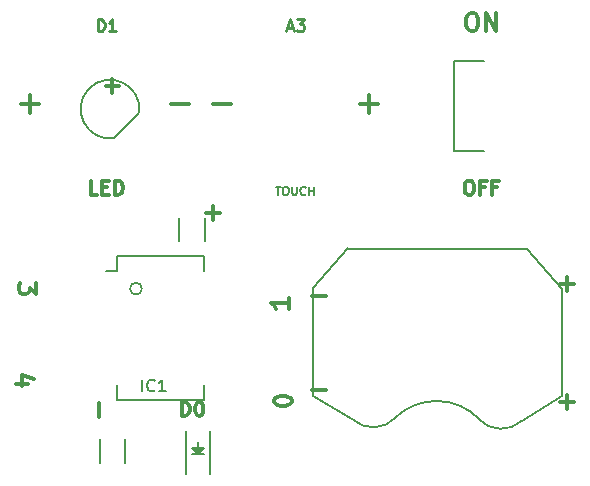
<source format=gto>
G04 #@! TF.FileFunction,Legend,Top*
%FSLAX46Y46*%
G04 Gerber Fmt 4.6, Leading zero omitted, Abs format (unit mm)*
G04 Created by KiCad (PCBNEW (2015-08-15 BZR 6092)-product) date 2/25/2016 10:40:52 PM*
%MOMM*%
G01*
G04 APERTURE LIST*
%ADD10C,0.100000*%
%ADD11C,0.300000*%
%ADD12C,0.250000*%
%ADD13C,0.175000*%
%ADD14C,0.200000*%
%ADD15C,0.150000*%
G04 APERTURE END LIST*
D10*
D11*
X132928572Y-26357143D02*
X134071429Y-26357143D01*
X133500000Y-26928571D02*
X133500000Y-25785714D01*
X139364286Y-54292857D02*
X139364286Y-53092857D01*
X139650001Y-53092857D01*
X139821429Y-53150000D01*
X139935715Y-53264286D01*
X139992858Y-53378571D01*
X140050001Y-53607143D01*
X140050001Y-53778571D01*
X139992858Y-54007143D01*
X139935715Y-54121429D01*
X139821429Y-54235714D01*
X139650001Y-54292857D01*
X139364286Y-54292857D01*
X140792858Y-53092857D02*
X140907143Y-53092857D01*
X141021429Y-53150000D01*
X141078572Y-53207143D01*
X141135715Y-53321429D01*
X141192858Y-53550000D01*
X141192858Y-53835714D01*
X141135715Y-54064286D01*
X141078572Y-54178571D01*
X141021429Y-54235714D01*
X140907143Y-54292857D01*
X140792858Y-54292857D01*
X140678572Y-54235714D01*
X140621429Y-54178571D01*
X140564286Y-54064286D01*
X140507143Y-53835714D01*
X140507143Y-53550000D01*
X140564286Y-53321429D01*
X140621429Y-53207143D01*
X140678572Y-53150000D01*
X140792858Y-53092857D01*
X141988095Y-27892857D02*
X143511905Y-27892857D01*
X138488095Y-27892857D02*
X140011905Y-27892857D01*
X154488095Y-27892857D02*
X156011905Y-27892857D01*
X155250000Y-28654762D02*
X155250000Y-27130952D01*
X125738095Y-27892857D02*
X127261905Y-27892857D01*
X126500000Y-28654762D02*
X126500000Y-27130952D01*
X150428572Y-44107143D02*
X151571429Y-44107143D01*
X150428572Y-52107143D02*
X151571429Y-52107143D01*
X171428572Y-43107143D02*
X172571429Y-43107143D01*
X172000000Y-43678571D02*
X172000000Y-42535714D01*
X171428572Y-53107143D02*
X172571429Y-53107143D01*
X172000000Y-53678571D02*
X172000000Y-52535714D01*
D12*
X132261905Y-21702381D02*
X132261905Y-20702381D01*
X132500000Y-20702381D01*
X132642858Y-20750000D01*
X132738096Y-20845238D01*
X132785715Y-20940476D01*
X132833334Y-21130952D01*
X132833334Y-21273810D01*
X132785715Y-21464286D01*
X132738096Y-21559524D01*
X132642858Y-21654762D01*
X132500000Y-21702381D01*
X132261905Y-21702381D01*
X133785715Y-21702381D02*
X133214286Y-21702381D01*
X133500000Y-21702381D02*
X133500000Y-20702381D01*
X133404762Y-20845238D01*
X133309524Y-20940476D01*
X133214286Y-20988095D01*
X148285714Y-21416667D02*
X148761905Y-21416667D01*
X148190476Y-21702381D02*
X148523809Y-20702381D01*
X148857143Y-21702381D01*
X149095238Y-20702381D02*
X149714286Y-20702381D01*
X149380952Y-21083333D01*
X149523810Y-21083333D01*
X149619048Y-21130952D01*
X149666667Y-21178571D01*
X149714286Y-21273810D01*
X149714286Y-21511905D01*
X149666667Y-21607143D01*
X149619048Y-21654762D01*
X149523810Y-21702381D01*
X149238095Y-21702381D01*
X149142857Y-21654762D01*
X149095238Y-21607143D01*
D11*
X132228572Y-35542857D02*
X131657143Y-35542857D01*
X131657143Y-34342857D01*
X132628572Y-34914286D02*
X133028572Y-34914286D01*
X133200001Y-35542857D02*
X132628572Y-35542857D01*
X132628572Y-34342857D01*
X133200001Y-34342857D01*
X133714286Y-35542857D02*
X133714286Y-34342857D01*
X134000001Y-34342857D01*
X134171429Y-34400000D01*
X134285715Y-34514286D01*
X134342858Y-34628571D01*
X134400001Y-34857143D01*
X134400001Y-35028571D01*
X134342858Y-35257143D01*
X134285715Y-35371429D01*
X134171429Y-35485714D01*
X134000001Y-35542857D01*
X133714286Y-35542857D01*
D13*
X147350001Y-34866667D02*
X147750001Y-34866667D01*
X147550001Y-35566667D02*
X147550001Y-34866667D01*
X148116667Y-34866667D02*
X148250000Y-34866667D01*
X148316667Y-34900000D01*
X148383334Y-34966667D01*
X148416667Y-35100000D01*
X148416667Y-35333333D01*
X148383334Y-35466667D01*
X148316667Y-35533333D01*
X148250000Y-35566667D01*
X148116667Y-35566667D01*
X148050000Y-35533333D01*
X147983334Y-35466667D01*
X147950000Y-35333333D01*
X147950000Y-35100000D01*
X147983334Y-34966667D01*
X148050000Y-34900000D01*
X148116667Y-34866667D01*
X148716667Y-34866667D02*
X148716667Y-35433333D01*
X148750000Y-35500000D01*
X148783333Y-35533333D01*
X148850000Y-35566667D01*
X148983333Y-35566667D01*
X149050000Y-35533333D01*
X149083333Y-35500000D01*
X149116667Y-35433333D01*
X149116667Y-34866667D01*
X149850000Y-35500000D02*
X149816666Y-35533333D01*
X149716666Y-35566667D01*
X149650000Y-35566667D01*
X149550000Y-35533333D01*
X149483333Y-35466667D01*
X149450000Y-35400000D01*
X149416666Y-35266667D01*
X149416666Y-35166667D01*
X149450000Y-35033333D01*
X149483333Y-34966667D01*
X149550000Y-34900000D01*
X149650000Y-34866667D01*
X149716666Y-34866667D01*
X149816666Y-34900000D01*
X149850000Y-34933333D01*
X150150000Y-35566667D02*
X150150000Y-34866667D01*
X150150000Y-35200000D02*
X150550000Y-35200000D01*
X150550000Y-35566667D02*
X150550000Y-34866667D01*
D11*
X163607144Y-34342857D02*
X163835715Y-34342857D01*
X163950001Y-34400000D01*
X164064287Y-34514286D01*
X164121429Y-34742857D01*
X164121429Y-35142857D01*
X164064287Y-35371429D01*
X163950001Y-35485714D01*
X163835715Y-35542857D01*
X163607144Y-35542857D01*
X163492858Y-35485714D01*
X163378572Y-35371429D01*
X163321429Y-35142857D01*
X163321429Y-34742857D01*
X163378572Y-34514286D01*
X163492858Y-34400000D01*
X163607144Y-34342857D01*
X165035715Y-34914286D02*
X164635715Y-34914286D01*
X164635715Y-35542857D02*
X164635715Y-34342857D01*
X165207144Y-34342857D01*
X166064286Y-34914286D02*
X165664286Y-34914286D01*
X165664286Y-35542857D02*
X165664286Y-34342857D01*
X166235715Y-34342857D01*
X163821428Y-20178571D02*
X164107142Y-20178571D01*
X164250000Y-20250000D01*
X164392857Y-20392857D01*
X164464285Y-20678571D01*
X164464285Y-21178571D01*
X164392857Y-21464286D01*
X164250000Y-21607143D01*
X164107142Y-21678571D01*
X163821428Y-21678571D01*
X163678571Y-21607143D01*
X163535714Y-21464286D01*
X163464285Y-21178571D01*
X163464285Y-20678571D01*
X163535714Y-20392857D01*
X163678571Y-20250000D01*
X163821428Y-20178571D01*
X165107143Y-21678571D02*
X165107143Y-20178571D01*
X165964286Y-21678571D01*
X165964286Y-20178571D01*
X147178571Y-53071428D02*
X147178571Y-52928571D01*
X147250000Y-52785714D01*
X147321429Y-52714285D01*
X147464286Y-52642856D01*
X147750000Y-52571428D01*
X148107143Y-52571428D01*
X148392857Y-52642856D01*
X148535714Y-52714285D01*
X148607143Y-52785714D01*
X148678571Y-52928571D01*
X148678571Y-53071428D01*
X148607143Y-53214285D01*
X148535714Y-53285714D01*
X148392857Y-53357142D01*
X148107143Y-53428571D01*
X147750000Y-53428571D01*
X147464286Y-53357142D01*
X147321429Y-53285714D01*
X147250000Y-53214285D01*
X147178571Y-53071428D01*
X132357143Y-54321428D02*
X132357143Y-53178571D01*
X148428571Y-44321428D02*
X148428571Y-45178571D01*
X148428571Y-44749999D02*
X146928571Y-44749999D01*
X147142857Y-44892856D01*
X147285714Y-45035714D01*
X147357143Y-45178571D01*
X126321429Y-51535715D02*
X125321429Y-51535715D01*
X126892857Y-51178572D02*
X125821429Y-50821429D01*
X125821429Y-51750001D01*
X127071429Y-43000001D02*
X127071429Y-43928572D01*
X126500000Y-43428572D01*
X126500000Y-43642858D01*
X126428571Y-43785715D01*
X126357143Y-43857144D01*
X126214286Y-43928572D01*
X125857143Y-43928572D01*
X125714286Y-43857144D01*
X125642857Y-43785715D01*
X125571429Y-43642858D01*
X125571429Y-43214286D01*
X125642857Y-43071429D01*
X125714286Y-43000001D01*
X141428572Y-37107143D02*
X142571429Y-37107143D01*
X142000000Y-37678571D02*
X142000000Y-36535714D01*
D14*
X135992000Y-43495000D02*
G75*
G03X135992000Y-43495000I-500000J0D01*
G01*
D15*
X135762641Y-28558869D02*
G75*
G03X133632304Y-30753625I-2469748J265976D01*
G01*
X135753625Y-28632304D02*
X133632304Y-30753625D01*
X153824500Y-54540500D02*
X150459000Y-52572000D01*
X168175500Y-54667500D02*
X171541000Y-52572000D01*
X153799100Y-54540500D02*
G75*
G03X157482100Y-54413500I1778000J1905000D01*
G01*
X164505200Y-54540500D02*
G75*
G03X168188200Y-54667500I1905000J1778000D01*
G01*
X164556000Y-54540500D02*
G75*
G03X157444000Y-54413500I-3619500J-3492500D01*
G01*
X168620000Y-40126000D02*
X171541000Y-43491500D01*
X150459000Y-43428000D02*
X153443500Y-40062500D01*
X153380000Y-40126000D02*
X168620000Y-40126000D01*
X150459000Y-52572000D02*
X150459000Y-43428000D01*
X171541000Y-52572000D02*
X171541000Y-43428000D01*
X133885000Y-40705000D02*
X133885000Y-41975000D01*
X141235000Y-40705000D02*
X141235000Y-41975000D01*
X141235000Y-52915000D02*
X141235000Y-51645000D01*
X133885000Y-52915000D02*
X133885000Y-51645000D01*
X133885000Y-40705000D02*
X141235000Y-40705000D01*
X133885000Y-52915000D02*
X141235000Y-52915000D01*
X133885000Y-41975000D02*
X132950000Y-41975000D01*
X165000000Y-31810000D02*
X162460000Y-31810000D01*
X162460000Y-31810000D02*
X162460000Y-24190000D01*
X162460000Y-24190000D02*
X165000000Y-24190000D01*
X141800000Y-59150000D02*
X141800000Y-55550000D01*
X139700000Y-59150000D02*
X139700000Y-55550000D01*
X140450000Y-57100000D02*
X141050000Y-57100000D01*
X141050000Y-57100000D02*
X140750000Y-57400000D01*
X140750000Y-57400000D02*
X140550000Y-57200000D01*
X140550000Y-57200000D02*
X140800000Y-57200000D01*
X140800000Y-57200000D02*
X140750000Y-57250000D01*
X140250000Y-57500000D02*
X141250000Y-57500000D01*
X140750000Y-57000000D02*
X140750000Y-56500000D01*
X140750000Y-57500000D02*
X140250000Y-57000000D01*
X140250000Y-57000000D02*
X141250000Y-57000000D01*
X141250000Y-57000000D02*
X140750000Y-57500000D01*
X132425000Y-58250000D02*
X132425000Y-56250000D01*
X134575000Y-56250000D02*
X134575000Y-58250000D01*
X139175000Y-39500000D02*
X139175000Y-37500000D01*
X141325000Y-37500000D02*
X141325000Y-39500000D01*
X136023810Y-52202381D02*
X136023810Y-51202381D01*
X137071429Y-52107143D02*
X137023810Y-52154762D01*
X136880953Y-52202381D01*
X136785715Y-52202381D01*
X136642857Y-52154762D01*
X136547619Y-52059524D01*
X136500000Y-51964286D01*
X136452381Y-51773810D01*
X136452381Y-51630952D01*
X136500000Y-51440476D01*
X136547619Y-51345238D01*
X136642857Y-51250000D01*
X136785715Y-51202381D01*
X136880953Y-51202381D01*
X137023810Y-51250000D01*
X137071429Y-51297619D01*
X138023810Y-52202381D02*
X137452381Y-52202381D01*
X137738095Y-52202381D02*
X137738095Y-51202381D01*
X137642857Y-51345238D01*
X137547619Y-51440476D01*
X137452381Y-51488095D01*
M02*

</source>
